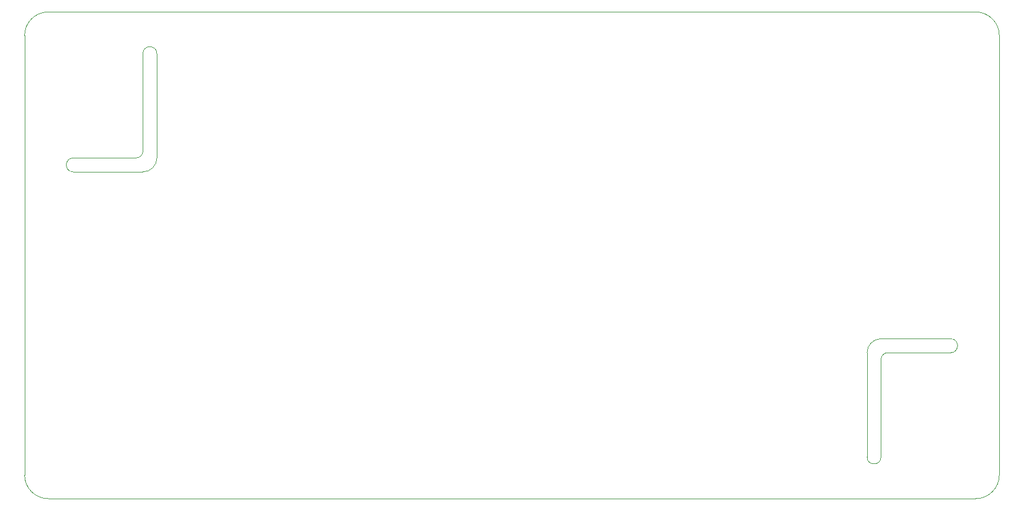
<source format=gbr>
%TF.GenerationSoftware,KiCad,Pcbnew,7.0.11-rc3*%
%TF.CreationDate,2025-03-16T23:24:32+08:00*%
%TF.ProjectId,BQ79616_BMS_14Ch,42513739-3631-4365-9f42-4d535f313443,V1.2*%
%TF.SameCoordinates,Original*%
%TF.FileFunction,Profile,NP*%
%FSLAX46Y46*%
G04 Gerber Fmt 4.6, Leading zero omitted, Abs format (unit mm)*
G04 Created by KiCad (PCBNEW 7.0.11-rc3) date 2025-03-16 23:24:32*
%MOMM*%
%LPD*%
G01*
G04 APERTURE LIST*
%TA.AperFunction,Profile*%
%ADD10C,0.050000*%
%TD*%
G04 APERTURE END LIST*
D10*
X80004163Y-126595837D02*
G75*
G03*
X83404163Y-129995837I3400037J37D01*
G01*
X96000000Y-81000000D02*
G75*
G03*
X97000000Y-80000000I0J1000000D01*
G01*
X219995837Y-63404163D02*
G75*
G03*
X216595837Y-60004163I-3400037J-37D01*
G01*
X83400000Y-60000000D02*
G75*
G03*
X80000000Y-63400000I0J-3400000D01*
G01*
X216595837Y-129995837D02*
G75*
G03*
X219995837Y-126595837I-37J3400037D01*
G01*
X204000000Y-109000000D02*
G75*
G03*
X203000000Y-110000000I0J-1000000D01*
G01*
X219995837Y-63404163D02*
X219995837Y-126595837D01*
X216595837Y-129995837D02*
X83404163Y-129995837D01*
X87000000Y-81000000D02*
X96000000Y-81000000D01*
X87000000Y-81000000D02*
G75*
G03*
X87000000Y-83000000I0J-1000000D01*
G01*
X213000000Y-109000000D02*
G75*
G03*
X213000000Y-107000000I0J1000000D01*
G01*
X80004163Y-126595837D02*
X80000000Y-63400000D01*
X201000000Y-109000000D02*
X201000000Y-124000000D01*
X99000000Y-66000000D02*
G75*
G03*
X97000000Y-66000000I-1000000J0D01*
G01*
X203000000Y-110000000D02*
X203000000Y-124000000D01*
X201000000Y-124000000D02*
G75*
G03*
X203000000Y-124000000I1000000J0D01*
G01*
X99000000Y-81000000D02*
X99000000Y-66000000D01*
X97000000Y-83000000D02*
G75*
G03*
X99000000Y-81000000I0J2000000D01*
G01*
X97000000Y-80000000D02*
X97000000Y-66000000D01*
X203000000Y-107000000D02*
G75*
G03*
X201000000Y-109000000I0J-2000000D01*
G01*
X213000000Y-109000000D02*
X204000000Y-109000000D01*
X83400000Y-60000000D02*
X216595837Y-60004163D01*
X87000000Y-83000000D02*
X97000000Y-83000000D01*
X213000000Y-107000000D02*
X203000000Y-107000000D01*
M02*

</source>
